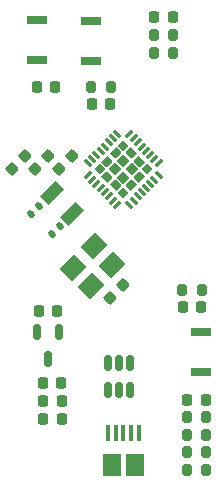
<source format=gbr>
%TF.GenerationSoftware,KiCad,Pcbnew,8.0.4*%
%TF.CreationDate,2025-08-17T23:08:21+02:00*%
%TF.ProjectId,stm32l432kcu6_eval,73746d33-326c-4343-9332-6b6375365f65,rev?*%
%TF.SameCoordinates,Original*%
%TF.FileFunction,Paste,Top*%
%TF.FilePolarity,Positive*%
%FSLAX46Y46*%
G04 Gerber Fmt 4.6, Leading zero omitted, Abs format (unit mm)*
G04 Created by KiCad (PCBNEW 8.0.4) date 2025-08-17 23:08:21*
%MOMM*%
%LPD*%
G01*
G04 APERTURE LIST*
G04 Aperture macros list*
%AMRoundRect*
0 Rectangle with rounded corners*
0 $1 Rounding radius*
0 $2 $3 $4 $5 $6 $7 $8 $9 X,Y pos of 4 corners*
0 Add a 4 corners polygon primitive as box body*
4,1,4,$2,$3,$4,$5,$6,$7,$8,$9,$2,$3,0*
0 Add four circle primitives for the rounded corners*
1,1,$1+$1,$2,$3*
1,1,$1+$1,$4,$5*
1,1,$1+$1,$6,$7*
1,1,$1+$1,$8,$9*
0 Add four rect primitives between the rounded corners*
20,1,$1+$1,$2,$3,$4,$5,0*
20,1,$1+$1,$4,$5,$6,$7,0*
20,1,$1+$1,$6,$7,$8,$9,0*
20,1,$1+$1,$8,$9,$2,$3,0*%
%AMRotRect*
0 Rectangle, with rotation*
0 The origin of the aperture is its center*
0 $1 length*
0 $2 width*
0 $3 Rotation angle, in degrees counterclockwise*
0 Add horizontal line*
21,1,$1,$2,0,0,$3*%
%AMFreePoly0*
4,1,19,0.301505,0.312223,0.331247,0.260709,0.332568,0.245609,0.332568,-0.173569,0.312223,-0.229465,0.307098,-0.235058,0.235058,-0.307098,0.181148,-0.332237,0.173569,-0.332568,-0.245609,-0.332568,-0.301505,-0.312223,-0.331247,-0.260709,-0.332568,-0.245609,-0.332568,0.245609,-0.312223,0.301505,-0.260709,0.331247,-0.245609,0.332568,0.245609,0.332568,0.301505,0.312223,0.301505,0.312223,
$1*%
%AMFreePoly1*
4,1,21,0.243681,0.385573,0.248503,0.381155,0.310609,0.319048,0.332283,0.272571,0.332568,0.266036,0.332568,-0.266036,0.315028,-0.314226,0.310609,-0.319048,0.248503,-0.381155,0.202025,-0.402828,0.195491,-0.403113,-0.257598,-0.403113,-0.305788,-0.385573,-0.331429,-0.341161,-0.332568,-0.328143,-0.332568,0.328143,-0.315028,0.376333,-0.270616,0.401974,-0.257598,0.403113,0.195491,0.403113,
0.243681,0.385573,0.243681,0.385573,$1*%
%AMFreePoly2*
4,1,19,0.229465,0.312223,0.235058,0.307098,0.307098,0.235058,0.332237,0.181148,0.332568,0.173569,0.332568,-0.245609,0.312223,-0.301505,0.260709,-0.331247,0.245609,-0.332568,-0.245609,-0.332568,-0.301505,-0.312223,-0.331247,-0.260709,-0.332568,-0.245609,-0.332568,0.245609,-0.312223,0.301505,-0.260709,0.331247,-0.245609,0.332568,0.173569,0.332568,0.229465,0.312223,0.229465,0.312223,
$1*%
%AMFreePoly3*
4,1,21,0.376333,0.315028,0.401974,0.270616,0.403113,0.257598,0.403113,-0.195491,0.385573,-0.243681,0.381155,-0.248503,0.319048,-0.310609,0.272571,-0.332283,0.266036,-0.332568,-0.266036,-0.332568,-0.314226,-0.315028,-0.319048,-0.310609,-0.381155,-0.248503,-0.402828,-0.202025,-0.403113,-0.195491,-0.403113,0.257598,-0.385573,0.305788,-0.341161,0.331429,-0.328143,0.332568,0.328143,0.332568,
0.376333,0.315028,0.376333,0.315028,$1*%
%AMFreePoly4*
4,1,21,0.314226,0.315028,0.319048,0.310609,0.381155,0.248503,0.402828,0.202025,0.403113,0.195491,0.403113,-0.257598,0.385573,-0.305788,0.341161,-0.331429,0.328143,-0.332568,-0.328143,-0.332568,-0.376333,-0.315028,-0.401974,-0.270616,-0.403113,-0.257598,-0.403113,0.195491,-0.385573,0.243681,-0.381155,0.248503,-0.319048,0.310609,-0.272571,0.332283,-0.266036,0.332568,0.266036,0.332568,
0.314226,0.315028,0.314226,0.315028,$1*%
%AMFreePoly5*
4,1,19,0.301505,0.312223,0.331247,0.260709,0.332568,0.245609,0.332568,-0.245609,0.312223,-0.301505,0.260709,-0.331247,0.245609,-0.332568,-0.173569,-0.332568,-0.229465,-0.312223,-0.235058,-0.307098,-0.307098,-0.235058,-0.332237,-0.181148,-0.332568,-0.173569,-0.332568,0.245609,-0.312223,0.301505,-0.260709,0.331247,-0.245609,0.332568,0.245609,0.332568,0.301505,0.312223,0.301505,0.312223,
$1*%
%AMFreePoly6*
4,1,21,0.305788,0.385573,0.331429,0.341161,0.332568,0.328143,0.332568,-0.328143,0.315028,-0.376333,0.270616,-0.401974,0.257598,-0.403113,-0.195491,-0.403113,-0.243681,-0.385573,-0.248503,-0.381155,-0.310609,-0.319048,-0.332283,-0.272571,-0.332568,-0.266036,-0.332568,0.266036,-0.315028,0.314226,-0.310609,0.319048,-0.248503,0.381155,-0.202025,0.402828,-0.195491,0.403113,0.257598,0.403113,
0.305788,0.385573,0.305788,0.385573,$1*%
%AMFreePoly7*
4,1,19,0.301505,0.312223,0.331247,0.260709,0.332568,0.245609,0.332568,-0.245609,0.312223,-0.301505,0.260709,-0.331247,0.245609,-0.332568,-0.245609,-0.332568,-0.301505,-0.312223,-0.331247,-0.260709,-0.332568,-0.245609,-0.332568,0.173569,-0.312223,0.229465,-0.307098,0.235058,-0.235058,0.307098,-0.181148,0.332237,-0.173569,0.332568,0.245609,0.332568,0.301505,0.312223,0.301505,0.312223,
$1*%
G04 Aperture macros list end*
%ADD10R,0.400000X1.350000*%
%ADD11R,1.500000X1.900000*%
%ADD12R,1.700000X0.800000*%
%ADD13RoundRect,0.225000X0.225000X0.250000X-0.225000X0.250000X-0.225000X-0.250000X0.225000X-0.250000X0*%
%ADD14RoundRect,0.225000X-0.225000X-0.250000X0.225000X-0.250000X0.225000X0.250000X-0.225000X0.250000X0*%
%ADD15RoundRect,0.225000X0.017678X-0.335876X0.335876X-0.017678X-0.017678X0.335876X-0.335876X0.017678X0*%
%ADD16RoundRect,0.200000X-0.200000X-0.275000X0.200000X-0.275000X0.200000X0.275000X-0.200000X0.275000X0*%
%ADD17RoundRect,0.200000X0.200000X0.275000X-0.200000X0.275000X-0.200000X-0.275000X0.200000X-0.275000X0*%
%ADD18RoundRect,0.218750X-0.218750X-0.256250X0.218750X-0.256250X0.218750X0.256250X-0.218750X0.256250X0*%
%ADD19FreePoly0,45.000000*%
%ADD20FreePoly1,45.000000*%
%ADD21FreePoly2,45.000000*%
%ADD22FreePoly3,45.000000*%
%ADD23RoundRect,0.201557X0.000000X-0.285043X0.285043X0.000000X0.000000X0.285043X-0.285043X0.000000X0*%
%ADD24FreePoly4,45.000000*%
%ADD25FreePoly5,45.000000*%
%ADD26FreePoly6,45.000000*%
%ADD27FreePoly7,45.000000*%
%ADD28RoundRect,0.062500X-0.176777X-0.265165X0.265165X0.176777X0.176777X0.265165X-0.265165X-0.176777X0*%
%ADD29RoundRect,0.062500X0.176777X-0.265165X0.265165X-0.176777X-0.176777X0.265165X-0.265165X0.176777X0*%
%ADD30RotRect,1.500000X1.700000X135.000000*%
%ADD31RoundRect,0.140000X-0.021213X0.219203X-0.219203X0.021213X0.021213X-0.219203X0.219203X-0.021213X0*%
%ADD32RoundRect,0.218750X0.218750X0.256250X-0.218750X0.256250X-0.218750X-0.256250X0.218750X-0.256250X0*%
%ADD33RotRect,1.000000X1.800000X315.000000*%
%ADD34RoundRect,0.150000X-0.150000X0.512500X-0.150000X-0.512500X0.150000X-0.512500X0.150000X0.512500X0*%
G04 APERTURE END LIST*
D10*
%TO.C,J1*%
X148700000Y-122337500D03*
X149350000Y-122337500D03*
X150000000Y-122337500D03*
X150650000Y-122337500D03*
X151300000Y-122337500D03*
D11*
X149000000Y-125037500D03*
X151000000Y-125037500D03*
%TD*%
D12*
%TO.C,S2*%
X147300000Y-87399999D03*
X147300000Y-90800001D03*
%TD*%
%TO.C,S3*%
X156600000Y-117175000D03*
X156600000Y-113775000D03*
%TD*%
D13*
%TO.C,C11*%
X156575000Y-111640000D03*
X155025000Y-111640000D03*
%TD*%
D14*
%TO.C,C9*%
X142700000Y-93000000D03*
X144250000Y-93000000D03*
%TD*%
D15*
%TO.C,C3*%
X148851992Y-110848008D03*
X149948008Y-109751992D03*
%TD*%
D16*
%TO.C,R7*%
X147275000Y-93000000D03*
X148925000Y-93000000D03*
%TD*%
D14*
%TO.C,C2*%
X142825000Y-112000000D03*
X144375000Y-112000000D03*
%TD*%
D15*
%TO.C,C8*%
X140551992Y-99948008D03*
X141648008Y-98851992D03*
%TD*%
D17*
%TO.C,R3*%
X157012500Y-122481250D03*
X155362500Y-122481250D03*
%TD*%
D18*
%TO.C,FB1*%
X143187500Y-119600000D03*
X144762500Y-119600000D03*
%TD*%
D19*
%TO.C,U3*%
X148002423Y-100000000D03*
D20*
X148647658Y-100645235D03*
X149354765Y-101352342D03*
D21*
X150000000Y-101997577D03*
D22*
X148647658Y-99354765D03*
D23*
X149292893Y-100000000D03*
X150000000Y-100707107D03*
D24*
X150645235Y-101352342D03*
D22*
X149354765Y-98647658D03*
D23*
X150000000Y-99292893D03*
X150707107Y-100000000D03*
D24*
X151352342Y-100645235D03*
D25*
X150000000Y-98002423D03*
D26*
X150645235Y-98647658D03*
X151352342Y-99354765D03*
D27*
X151997577Y-100000000D03*
D28*
X147012474Y-100512652D03*
X147366027Y-100866206D03*
X147719581Y-101219759D03*
X148073134Y-101573313D03*
X148426687Y-101926866D03*
X148780241Y-102280419D03*
X149133794Y-102633973D03*
X149487348Y-102987526D03*
D29*
X150512652Y-102987526D03*
X150866206Y-102633973D03*
X151219759Y-102280419D03*
X151573313Y-101926866D03*
X151926866Y-101573313D03*
X152280419Y-101219759D03*
X152633973Y-100866206D03*
X152987526Y-100512652D03*
D28*
X152987526Y-99487348D03*
X152633973Y-99133794D03*
X152280419Y-98780241D03*
X151926866Y-98426687D03*
X151573313Y-98073134D03*
X151219759Y-97719581D03*
X150866206Y-97366027D03*
X150512652Y-97012474D03*
D29*
X149487348Y-97012474D03*
X149133794Y-97366027D03*
X148780241Y-97719581D03*
X148426687Y-98073134D03*
X148073134Y-98426687D03*
X147719581Y-98780241D03*
X147366027Y-99133794D03*
X147012474Y-99487348D03*
%TD*%
D30*
%TO.C,Y1*%
X147279792Y-109875843D03*
X149075843Y-108079792D03*
X147520208Y-106524157D03*
X145724157Y-108320208D03*
%TD*%
D17*
%TO.C,R5*%
X154212500Y-90100000D03*
X152562500Y-90100000D03*
%TD*%
D16*
%TO.C,R1*%
X155362500Y-123950000D03*
X157012500Y-123950000D03*
%TD*%
D31*
%TO.C,C4*%
X144639411Y-104760589D03*
X143960589Y-105439411D03*
%TD*%
D18*
%TO.C,D2*%
X152600000Y-87100000D03*
X154175000Y-87100000D03*
%TD*%
D31*
%TO.C,C5*%
X142839411Y-103060589D03*
X142160589Y-103739411D03*
%TD*%
D16*
%TO.C,R8*%
X154975000Y-110200000D03*
X156625000Y-110200000D03*
%TD*%
D13*
%TO.C,C1*%
X144750000Y-118100000D03*
X143200000Y-118100000D03*
%TD*%
D32*
%TO.C,F1*%
X144775000Y-121100000D03*
X143200000Y-121100000D03*
%TD*%
D16*
%TO.C,R4*%
X155362500Y-120981250D03*
X157012500Y-120981250D03*
%TD*%
%TO.C,R6*%
X152562500Y-88600000D03*
X154212500Y-88600000D03*
%TD*%
D15*
%TO.C,C7*%
X142551992Y-99948008D03*
X143648008Y-98851992D03*
%TD*%
D12*
%TO.C,S1*%
X142700000Y-87374999D03*
X142700000Y-90775001D03*
%TD*%
D33*
%TO.C,Y2*%
X143916117Y-102016117D03*
X145683883Y-103783883D03*
%TD*%
D15*
%TO.C,C6*%
X144551992Y-99948008D03*
X145648008Y-98851992D03*
%TD*%
D34*
%TO.C,U1*%
X150599999Y-116362500D03*
X149650000Y-116362500D03*
X148700001Y-116362500D03*
X148700001Y-118637500D03*
X149650000Y-118637500D03*
X150599999Y-118637500D03*
%TD*%
D14*
%TO.C,C10*%
X147325000Y-94500000D03*
X148875000Y-94500000D03*
%TD*%
D34*
%TO.C,U2*%
X144550000Y-113762500D03*
X142650000Y-113762500D03*
X143600000Y-116037500D03*
%TD*%
D16*
%TO.C,R2*%
X155362500Y-125450000D03*
X157012500Y-125450000D03*
%TD*%
D18*
%TO.C,D1*%
X155400000Y-119481250D03*
X156975000Y-119481250D03*
%TD*%
M02*

</source>
